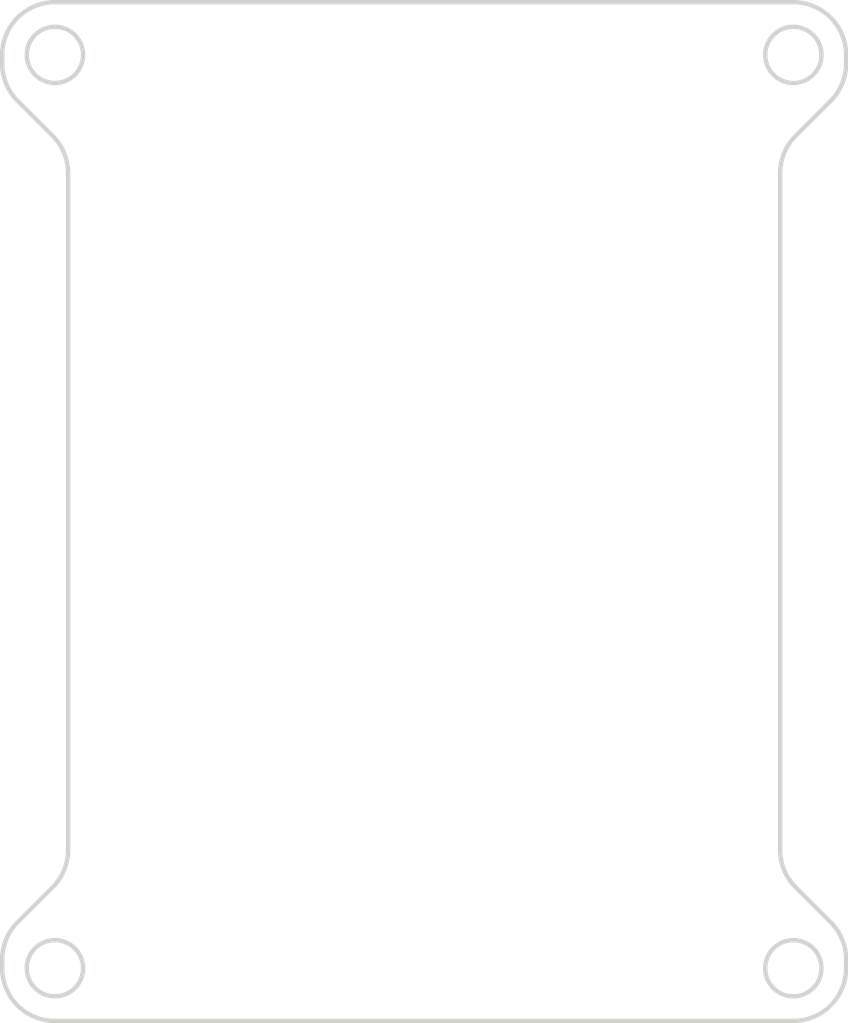
<source format=kicad_pcb>
(kicad_pcb
	(version 20240108)
	(generator "pcbnew")
	(generator_version "8.0")
	(general
		(thickness 1.567)
		(legacy_teardrops no)
	)
	(paper "A3")
	(title_block
		(title "SyncPCB")
		(date "2024-07-12")
		(rev "0")
	)
	(layers
		(0 "F.Cu" signal "Layer 1")
		(1 "In1.Cu" power "Layer 2")
		(2 "In2.Cu" signal "Layer 3")
		(31 "B.Cu" signal "Layer 4")
		(32 "B.Adhes" user "B.Adhesive")
		(33 "F.Adhes" user "F.Adhesive")
		(34 "B.Paste" user)
		(36 "B.SilkS" user "B.Silkscreen")
		(37 "F.SilkS" user "F.Silkscreen")
		(38 "B.Mask" user)
		(39 "F.Mask" user)
		(40 "Dwgs.User" user "User.Drawings")
		(41 "Cmts.User" user "User.Comments")
		(42 "Eco1.User" user "User.Eco1")
		(43 "Eco2.User" user "User.Eco2")
		(44 "Edge.Cuts" user)
		(45 "Margin" user)
		(46 "B.CrtYd" user "B.Courtyard")
		(47 "F.CrtYd" user "F.Courtyard")
		(48 "B.Fab" user)
		(49 "F.Fab" user)
		(50 "User.1" user)
		(51 "User.2" user)
	)
	(setup
		(stackup
			(layer "F.SilkS"
				(type "Top Silk Screen")
				(color "White")
				(material "Liquid Photo")
			)
			(layer "F.Mask"
				(type "Top Solder Mask")
				(color "Purple")
				(thickness 0.0254)
				(material "Liquid Ink")
				(epsilon_r 3.9)
				(loss_tangent 0.033)
			)
			(layer "F.Cu"
				(type "copper")
				(thickness 0.0432)
			)
			(layer "dielectric 1"
				(type "prepreg")
				(color "FR4 natural")
				(thickness 0.2021)
				(material "FR408HR 2113")
				(epsilon_r 3.61)
				(loss_tangent 0.009)
			)
			(layer "In1.Cu"
				(type "copper")
				(thickness 0.0175)
			)
			(layer "dielectric 2"
				(type "core")
				(color "FR4 natural")
				(thickness 0.9906)
				(material "FR408-HR")
				(epsilon_r 3.87)
				(loss_tangent 0.009)
			)
			(layer "In2.Cu"
				(type "copper")
				(thickness 0.0175)
			)
			(layer "dielectric 3"
				(type "prepreg")
				(color "FR4 natural")
				(thickness 0.2021)
				(material "FR408HR 2113")
				(epsilon_r 3.61)
				(loss_tangent 0.009)
			)
			(layer "B.Cu"
				(type "copper")
				(thickness 0.0432)
			)
			(layer "B.Mask"
				(type "Bottom Solder Mask")
				(color "Purple")
				(thickness 0.0254)
				(material "Liquid Ink")
				(epsilon_r 3.9)
				(loss_tangent 0)
			)
			(layer "B.Paste"
				(type "Bottom Solder Paste")
			)
			(layer "B.SilkS"
				(type "Bottom Silk Screen")
				(color "White")
				(material "Liquid Photo")
			)
			(copper_finish "ENIG")
			(dielectric_constraints no)
		)
		(pad_to_mask_clearance 0.0762)
		(solder_mask_min_width 0.1016)
		(allow_soldermask_bridges_in_footprints no)
		(pcbplotparams
			(layerselection 0x00010fc_ffffffff)
			(plot_on_all_layers_selection 0x0000000_00000000)
			(disableapertmacros no)
			(usegerberextensions no)
			(usegerberattributes yes)
			(usegerberadvancedattributes yes)
			(creategerberjobfile yes)
			(dashed_line_dash_ratio 12.000000)
			(dashed_line_gap_ratio 3.000000)
			(svgprecision 4)
			(plotframeref no)
			(viasonmask no)
			(mode 1)
			(useauxorigin no)
			(hpglpennumber 1)
			(hpglpenspeed 20)
			(hpglpendiameter 15.000000)
			(pdf_front_fp_property_popups yes)
			(pdf_back_fp_property_popups yes)
			(dxfpolygonmode yes)
			(dxfimperialunits yes)
			(dxfusepcbnewfont yes)
			(psnegative no)
			(psa4output no)
			(plotreference yes)
			(plotvalue yes)
			(plotfptext yes)
			(plotinvisibletext no)
			(sketchpadsonfab no)
			(subtractmaskfromsilk no)
			(outputformat 1)
			(mirror no)
			(drillshape 1)
			(scaleselection 1)
			(outputdirectory "")
		)
	)
	(net 0 "")
	(gr_line
		(start 136 61.499999)
		(end 94.000001 61.499999)
		(stroke
			(width 0.25)
			(type default)
		)
		(layer "Edge.Cuts")
		(uuid "055f50cc-9d35-45bc-8064-3096c3d196e2")
	)
	(gr_arc
		(start 94.000001 119.499999)
		(mid 91.87868 118.621319)
		(end 91 116.499998)
		(stroke
			(width 0.25)
			(type default)
		)
		(layer "Edge.Cuts")
		(uuid "07cafe0c-2a78-4d51-9732-9423a01eb214")
	)
	(gr_line
		(start 91 64.5)
		(end 91 65.000001)
		(stroke
			(width 0.25)
			(type default)
		)
		(layer "Edge.Cuts")
		(uuid "1dcab59d-33b5-4471-8c50-e55f35b261b8")
	)
	(gr_line
		(start 136.135861 69.106779)
		(end 138.121321 67.121318)
		(stroke
			(width 0.25)
			(type default)
		)
		(layer "Edge.Cuts")
		(uuid "3414aa08-70d6-4263-a080-1b3f6060693a")
	)
	(gr_line
		(start 139 116.499999)
		(end 139 115.999999)
		(stroke
			(width 0.25)
			(type default)
		)
		(layer "Edge.Cuts")
		(uuid "37a058b9-273c-48b9-9a02-3db37dd6cdc8")
	)
	(gr_line
		(start 93.871323 111.886035)
		(end 91.878677 113.878682)
		(stroke
			(width 0.25)
			(type default)
		)
		(layer "Edge.Cuts")
		(uuid "3f9cd2d1-a233-40fc-a108-63a8507fd8f4")
	)
	(gr_line
		(start 94.000001 119.499999)
		(end 136 119.499999)
		(stroke
			(width 0.25)
			(type default)
		)
		(layer "Edge.Cuts")
		(uuid "4973b246-ba58-4bb2-97e9-45f348f924d0")
	)
	(gr_line
		(start 138.999999 115.999999)
		(end 139 115.999999)
		(stroke
			(width 0.25)
			(type default)
		)
		(layer "Edge.Cuts")
		(uuid "526d9e8a-e0f0-4ebc-8b4d-a42c6117b52e")
	)
	(gr_arc
		(start 91 64.5)
		(mid 91.87868 62.378679)
		(end 94.000001 61.499999)
		(stroke
			(width 0.25)
			(type default)
		)
		(layer "Edge.Cuts")
		(uuid "589efd95-c695-4711-8f28-7d04dca9c6f3")
	)
	(gr_arc
		(start 135.25 71.235339)
		(mid 135.480305 70.082569)
		(end 136.135861 69.106779)
		(stroke
			(width 0.25)
			(type default)
		)
		(layer "Edge.Cuts")
		(uuid "5aa77bd7-c619-4f0d-ae1c-54309b7a78b1")
	)
	(gr_circle
		(center 94 116.499999)
		(end 95.6 116.499999)
		(stroke
			(width 0.25)
			(type default)
		)
		(fill none)
		(layer "Edge.Cuts")
		(uuid "5db1a811-8e3a-4077-830f-32f4bed9a9fe")
	)
	(gr_arc
		(start 93.871323 69.113963)
		(mid 94.521639 70.087231)
		(end 94.75 71.235278)
		(stroke
			(width 0.25)
			(type default)
		)
		(layer "Edge.Cuts")
		(uuid "7a75545a-f6ae-4b2a-a8db-f82c70f1e0a7")
	)
	(gr_circle
		(center 136 116.499999)
		(end 137.6 116.499999)
		(stroke
			(width 0.25)
			(type default)
		)
		(fill none)
		(layer "Edge.Cuts")
		(uuid "8847cfb9-302e-4003-8bda-c043154bb5e1")
	)
	(gr_line
		(start 135.25 109.756214)
		(end 135.25 71.235339)
		(stroke
			(width 0.25)
			(type default)
		)
		(layer "Edge.Cuts")
		(uuid "983f9d5f-edae-4923-a3e2-f6e22634c2d8")
	)
	(gr_arc
		(start 91.878677 67.121316)
		(mid 91.228361 66.148048)
		(end 91 65.000001)
		(stroke
			(width 0.25)
			(type default)
		)
		(layer "Edge.Cuts")
		(uuid "9f8d75fd-e2e1-4287-b4be-de8c9e18a7eb")
	)
	(gr_arc
		(start 139 116.499999)
		(mid 138.12132 118.621319)
		(end 136 119.499999)
		(stroke
			(width 0.25)
			(type default)
		)
		(layer "Edge.Cuts")
		(uuid "a2c10e10-d082-4a72-bb5f-e44e3df89fbe")
	)
	(gr_arc
		(start 136 61.499999)
		(mid 138.12132 62.378679)
		(end 139 64.499999)
		(stroke
			(width 0.25)
			(type default)
		)
		(layer "Edge.Cuts")
		(uuid "a4971bbe-c654-47f8-b007-a3c54ed3a738")
	)
	(gr_arc
		(start 136.12867 111.886028)
		(mid 135.476729 110.908833)
		(end 135.25 109.756214)
		(stroke
			(width 0.25)
			(type default)
		)
		(layer "Edge.Cuts")
		(uuid "a59cd454-e902-4d6a-a689-31d85314d3d4")
	)
	(gr_arc
		(start 94.75 109.76472)
		(mid 94.521639 110.912767)
		(end 93.871323 111.886035)
		(stroke
			(width 0.25)
			(type default)
		)
		(layer "Edge.Cuts")
		(uuid "a5a8dc9e-1270-4db6-9ec4-6cfe6de6e12c")
	)
	(gr_line
		(start 138.121321 113.87868)
		(end 136.12867 111.886028)
		(stroke
			(width 0.25)
			(type default)
		)
		(layer "Edge.Cuts")
		(uuid "a5bf65d3-d3d8-40bd-89b9-699410a553c7")
	)
	(gr_line
		(start 91.878677 67.121316)
		(end 93.871323 69.113963)
		(stroke
			(width 0.25)
			(type default)
		)
		(layer "Edge.Cuts")
		(uuid "a5f295ea-5d93-4a90-89ad-6d3bdbd27547")
	)
	(gr_circle
		(center 136 64.499999)
		(end 137.6 64.499999)
		(stroke
			(width 0.25)
			(type default)
		)
		(fill none)
		(layer "Edge.Cuts")
		(uuid "a5f4c832-c91b-466e-8dbc-5b7a96216240")
	)
	(gr_line
		(start 91 115.999998)
		(end 91 116.499998)
		(stroke
			(width 0.25)
			(type default)
		)
		(layer "Edge.Cuts")
		(uuid "a63c5fbe-fd38-4540-866e-ef18a6ab35d7")
	)
	(gr_arc
		(start 138.121321 113.87868)
		(mid 138.771638 114.85195)
		(end 138.999999 115.999999)
		(stroke
			(width 0.25)
			(type default)
		)
		(layer "Edge.Cuts")
		(uuid "b5e7afc7-f779-4cce-8051-df6ef5070dea")
	)
	(gr_line
		(start 94.75 71.235278)
		(end 94.75 109.76472)
		(stroke
			(width 0.25)
			(type default)
		)
		(layer "Edge.Cuts")
		(uuid "b892f976-ca00-4db2-894f-c797d70e5fc2")
	)
	(gr_circle
		(center 94 64.499999)
		(end 95.6 64.499999)
		(stroke
			(width 0.25)
			(type default)
		)
		(fill none)
		(layer "Edge.Cuts")
		(uuid "cb5485b0-5d08-4491-ab87-cbb3f781185b")
	)
	(gr_arc
		(start 91 115.999998)
		(mid 91.22836 114.85195)
		(end 91.878677 113.878682)
		(stroke
			(width 0.25)
			(type default)
		)
		(layer "Edge.Cuts")
		(uuid "e282632f-e9aa-44f9-aec4-becaad895716")
	)
	(gr_arc
		(start 139 64.999999)
		(mid 138.771639 66.148049)
		(end 138.121321 67.121318)
		(stroke
			(width 0.25)
			(type default)
		)
		(layer "Edge.Cuts")
		(uuid "f179e4db-3c9b-4ee5-9903-1a860570de3b")
	)
	(gr_line
		(start 139 64.999999)
		(end 139 64.499999)
		(stroke
			(width 0.25)
			(type default)
		)
		(layer "Edge.Cuts")
		(uuid "fe0a9614-7e75-4e5d-9b2c-8607a76ae1e7")
	)
	(group ""
		(uuid "72f098be-e6ef-4067-aada-b18e20a1f1a8")
		(members "055f50cc-9d35-45bc-8064-3096c3d196e2" "07cafe0c-2a78-4d51-9732-9423a01eb214"
			"1dcab59d-33b5-4471-8c50-e55f35b261b8" "3414aa08-70d6-4263-a080-1b3f6060693a"
			"37a058b9-273c-48b9-9a02-3db37dd6cdc8" "3f9cd2d1-a233-40fc-a108-63a8507fd8f4"
			"4973b246-ba58-4bb2-97e9-45f348f924d0" "526d9e8a-e0f0-4ebc-8b4d-a42c6117b52e"
			"589efd95-c695-4711-8f28-7d04dca9c6f3" "5aa77bd7-c619-4f0d-ae1c-54309b7a78b1"
			"5db1a811-8e3a-4077-830f-32f4bed9a9fe" "7a75545a-f6ae-4b2a-a8db-f82c70f1e0a7"
			"8847cfb9-302e-4003-8bda-c043154bb5e1" "983f9d5f-edae-4923-a3e2-f6e22634c2d8"
			"9f8d75fd-e2e1-4287-b4be-de8c9e18a7eb" "a2c10e10-d082-4a72-bb5f-e44e3df89fbe"
			"a4971bbe-c654-47f8-b007-a3c54ed3a738" "a59cd454-e902-4d6a-a689-31d85314d3d4"
			"a5a8dc9e-1270-4db6-9ec4-6cfe6de6e12c" "a5bf65d3-d3d8-40bd-89b9-699410a553c7"
			"a5f295ea-5d93-4a90-89ad-6d3bdbd27547" "a5f4c832-c91b-466e-8dbc-5b7a96216240"
			"a63c5fbe-fd38-4540-866e-ef18a6ab35d7" "b5e7afc7-f779-4cce-8051-df6ef5070dea"
			"b892f976-ca00-4db2-894f-c797d70e5fc2" "cb5485b0-5d08-4491-ab87-cbb3f781185b"
			"e282632f-e9aa-44f9-aec4-becaad895716" "f179e4db-3c9b-4ee5-9903-1a860570de3b"
			"fe0a9614-7e75-4e5d-9b2c-8607a76ae1e7"
		)
	)
)

</source>
